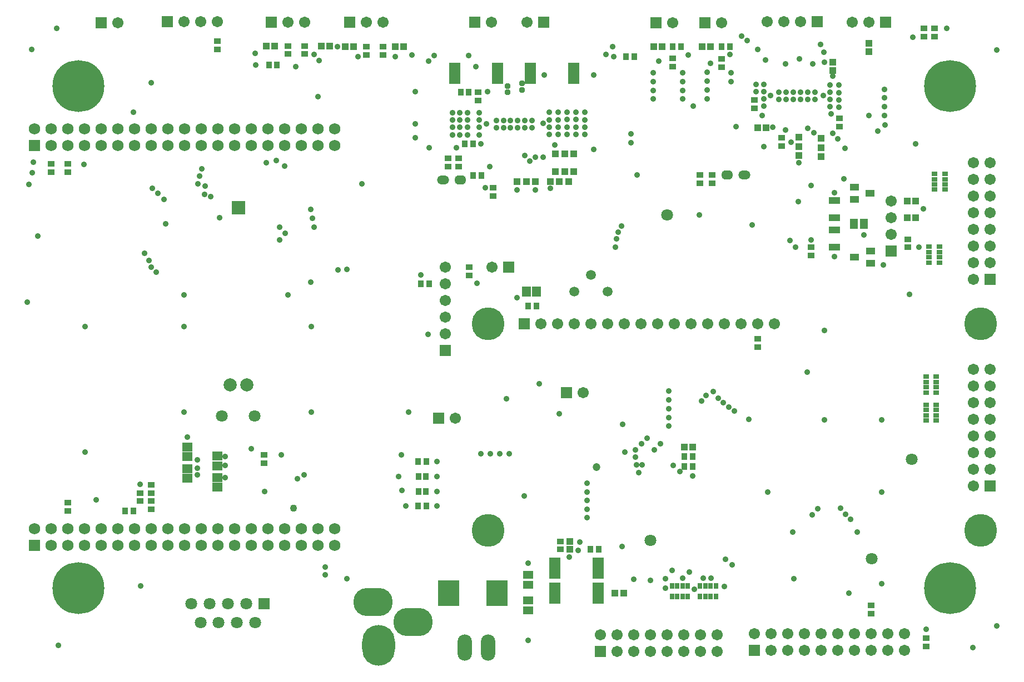
<source format=gbs>
G04*
G04 #@! TF.GenerationSoftware,Altium Limited,Altium Designer,19.0.10 (269)*
G04*
G04 Layer_Color=16711935*
%FSLAX43Y43*%
%MOMM*%
G71*
G01*
G75*
%ADD67R,1.053X0.953*%
%ADD72R,1.103X0.953*%
%ADD73R,1.053X0.903*%
%ADD74R,1.103X1.003*%
%ADD76R,0.903X1.053*%
%ADD77R,1.003X1.103*%
%ADD78R,1.553X1.353*%
G04:AMPARAMS|DCode=81|XSize=6.003mm|YSize=4.303mm|CornerRadius=2.152mm|HoleSize=0mm|Usage=FLASHONLY|Rotation=0.000|XOffset=0mm|YOffset=0mm|HoleType=Round|Shape=RoundedRectangle|*
%AMROUNDEDRECTD81*
21,1,6.003,0.000,0,0,0.0*
21,1,1.700,4.303,0,0,0.0*
1,1,4.303,0.850,0.000*
1,1,4.303,-0.850,0.000*
1,1,4.303,-0.850,0.000*
1,1,4.303,0.850,0.000*
%
%ADD81ROUNDEDRECTD81*%
G04:AMPARAMS|DCode=82|XSize=5.003mm|YSize=6.203mm|CornerRadius=2.502mm|HoleSize=0mm|Usage=FLASHONLY|Rotation=0.000|XOffset=0mm|YOffset=0mm|HoleType=Round|Shape=RoundedRectangle|*
%AMROUNDEDRECTD82*
21,1,5.003,1.200,0,0,0.0*
21,1,0.000,6.203,0,0,0.0*
1,1,5.003,0.000,-0.600*
1,1,5.003,0.000,-0.600*
1,1,5.003,0.000,0.600*
1,1,5.003,0.000,0.600*
%
%ADD82ROUNDEDRECTD82*%
G04:AMPARAMS|DCode=83|XSize=4.303mm|YSize=6.003mm|CornerRadius=2.152mm|HoleSize=0mm|Usage=FLASHONLY|Rotation=270.000|XOffset=0mm|YOffset=0mm|HoleType=Round|Shape=RoundedRectangle|*
%AMROUNDEDRECTD83*
21,1,4.303,1.700,0,0,270.0*
21,1,0.000,6.003,0,0,270.0*
1,1,4.303,-0.850,0.000*
1,1,4.303,-0.850,0.000*
1,1,4.303,0.850,0.000*
1,1,4.303,0.850,0.000*
%
%ADD83ROUNDEDRECTD83*%
%ADD84C,1.803*%
%ADD85C,1.703*%
%ADD86R,1.703X1.703*%
%ADD87R,1.703X1.703*%
%ADD88C,5.003*%
%ADD89R,2.003X2.003*%
%ADD90C,2.003*%
%ADD91R,1.803X1.803*%
%ADD92O,2.203X4.003*%
%ADD93C,1.503*%
%ADD94O,1.803X1.403*%
G04:AMPARAMS|DCode=95|XSize=1.803mm|YSize=1.403mm|CornerRadius=0.702mm|HoleSize=0mm|Usage=FLASHONLY|Rotation=0.000|XOffset=0mm|YOffset=0mm|HoleType=Round|Shape=RoundedRectangle|*
%AMROUNDEDRECTD95*
21,1,1.803,0.000,0,0,0.0*
21,1,0.400,1.403,0,0,0.0*
1,1,1.403,0.200,0.000*
1,1,1.403,-0.200,0.000*
1,1,1.403,-0.200,0.000*
1,1,1.403,0.200,0.000*
%
%ADD95ROUNDEDRECTD95*%
%ADD96C,1.753*%
%ADD97R,1.753X1.753*%
%ADD98C,7.903*%
%ADD99C,0.903*%
%ADD100C,0.953*%
%ADD101C,1.103*%
%ADD102C,1.203*%
%ADD151R,3.203X4.013*%
%ADD152R,0.953X1.103*%
%ADD153R,0.953X1.053*%
%ADD154R,1.053X1.103*%
%ADD155R,1.553X1.253*%
%ADD156R,1.203X1.553*%
%ADD157R,1.353X1.553*%
%ADD158R,1.403X1.003*%
%ADD159R,1.753X1.103*%
%ADD160R,1.703X3.203*%
%ADD161R,0.903X0.703*%
%ADD162R,0.703X0.903*%
D67*
X163050Y135875D02*
D03*
Y137125D02*
D03*
D72*
X189250Y55125D02*
D03*
Y53875D02*
D03*
X180830Y60125D02*
D03*
Y58875D02*
D03*
X81330Y144875D02*
D03*
Y146125D02*
D03*
X71230Y78500D02*
D03*
Y77250D02*
D03*
X58530Y75750D02*
D03*
Y74500D02*
D03*
X88425Y81793D02*
D03*
Y83043D02*
D03*
X171700Y113475D02*
D03*
Y114725D02*
D03*
X186480Y114675D02*
D03*
Y115925D02*
D03*
X163600Y99475D02*
D03*
Y100725D02*
D03*
X118000Y128225D02*
D03*
Y126975D02*
D03*
X156650Y124475D02*
D03*
Y125725D02*
D03*
D73*
X119650Y110425D02*
D03*
Y111675D02*
D03*
X188900Y148050D02*
D03*
Y146800D02*
D03*
X123300Y123790D02*
D03*
Y122540D02*
D03*
X176000Y134375D02*
D03*
Y133125D02*
D03*
X121000Y137100D02*
D03*
Y138350D02*
D03*
X150610Y142250D02*
D03*
Y143500D02*
D03*
X158070Y142175D02*
D03*
Y143425D02*
D03*
X167250Y130125D02*
D03*
Y131375D02*
D03*
X190500Y146800D02*
D03*
Y148050D02*
D03*
X71230Y76000D02*
D03*
Y74750D02*
D03*
X55990Y127375D02*
D03*
Y126125D02*
D03*
X58530Y127375D02*
D03*
Y126125D02*
D03*
X69500Y76000D02*
D03*
Y77250D02*
D03*
X94540Y145400D02*
D03*
Y144150D02*
D03*
X92000D02*
D03*
Y145400D02*
D03*
X106540Y145300D02*
D03*
Y144050D02*
D03*
X104000D02*
D03*
Y145300D02*
D03*
X133500Y69875D02*
D03*
Y68625D02*
D03*
X154800Y125725D02*
D03*
Y124475D02*
D03*
X116400Y126995D02*
D03*
Y128245D02*
D03*
D74*
X173250Y129900D02*
D03*
Y131300D02*
D03*
Y128500D02*
D03*
X175000Y142875D02*
D03*
Y141625D02*
D03*
X169875Y128650D02*
D03*
Y131450D02*
D03*
Y130050D02*
D03*
X180500Y145750D02*
D03*
Y144500D02*
D03*
X135000Y69875D02*
D03*
Y68625D02*
D03*
D76*
X121500Y125600D02*
D03*
X120250D02*
D03*
X113075Y79750D02*
D03*
X111925D02*
D03*
X119600Y138350D02*
D03*
X118350D02*
D03*
X150610Y145250D02*
D03*
X151860D02*
D03*
X158070Y145300D02*
D03*
X159320D02*
D03*
X113125Y75250D02*
D03*
X111875D02*
D03*
Y82000D02*
D03*
X113125D02*
D03*
X111925Y77500D02*
D03*
X113075D02*
D03*
X152445Y81268D02*
D03*
X153695D02*
D03*
Y82768D02*
D03*
X152445D02*
D03*
X138125Y68650D02*
D03*
X139375D02*
D03*
D77*
X100750Y145300D02*
D03*
X102000D02*
D03*
X147750Y145250D02*
D03*
X149000D02*
D03*
X134800Y124700D02*
D03*
X132000D02*
D03*
X133400D02*
D03*
X126950D02*
D03*
X129750D02*
D03*
X128350D02*
D03*
X135573Y128950D02*
D03*
X132773D02*
D03*
X134173D02*
D03*
X135573Y126200D02*
D03*
X132773D02*
D03*
X134173D02*
D03*
X163625Y132950D02*
D03*
X164875D02*
D03*
X156370Y145300D02*
D03*
X155120D02*
D03*
X97125Y145400D02*
D03*
X98375D02*
D03*
X108375Y145300D02*
D03*
X109625D02*
D03*
X90000Y145400D02*
D03*
X88750D02*
D03*
X187625Y121750D02*
D03*
X186375D02*
D03*
X187625Y119210D02*
D03*
X186375D02*
D03*
X152445Y84268D02*
D03*
X153695D02*
D03*
D78*
X81250Y79592D02*
D03*
Y78143D02*
D03*
X76750Y79525D02*
D03*
Y80975D02*
D03*
X81250Y82842D02*
D03*
Y81393D02*
D03*
X76750Y82775D02*
D03*
Y84225D02*
D03*
D81*
X105000Y60600D02*
D03*
D82*
X105800Y54000D02*
D03*
D83*
X111100Y57600D02*
D03*
D84*
X87000Y89000D02*
D03*
X82000D02*
D03*
X77345Y60340D02*
D03*
X80115D02*
D03*
X82885D02*
D03*
X85655D02*
D03*
X78730Y57500D02*
D03*
X81500D02*
D03*
X84270D02*
D03*
X87040D02*
D03*
X187000Y82400D02*
D03*
X180905Y67250D02*
D03*
X149750Y119620D02*
D03*
X147250Y70000D02*
D03*
D85*
X117500Y88662D02*
D03*
X137040Y92500D02*
D03*
X116000Y101500D02*
D03*
Y104040D02*
D03*
Y106580D02*
D03*
Y109120D02*
D03*
Y111660D02*
D03*
X123150Y111700D02*
D03*
X66150Y148900D02*
D03*
X166100Y103000D02*
D03*
X163560D02*
D03*
X161020D02*
D03*
X158480D02*
D03*
X155940D02*
D03*
X153400D02*
D03*
X150860D02*
D03*
X148320D02*
D03*
X145780D02*
D03*
X143240D02*
D03*
X140700D02*
D03*
X138160D02*
D03*
X135620D02*
D03*
X133080D02*
D03*
X130540D02*
D03*
X163050Y55790D02*
D03*
X165590Y53250D02*
D03*
Y55790D02*
D03*
X168130Y53250D02*
D03*
Y55790D02*
D03*
X170670Y53250D02*
D03*
Y55790D02*
D03*
X173210Y53250D02*
D03*
Y55790D02*
D03*
X175750Y53250D02*
D03*
Y55790D02*
D03*
X178290Y53250D02*
D03*
Y55790D02*
D03*
X180830Y53250D02*
D03*
Y55790D02*
D03*
X185910D02*
D03*
Y53250D02*
D03*
X183370Y55790D02*
D03*
Y53250D02*
D03*
X170070Y149050D02*
D03*
X167530D02*
D03*
X164990D02*
D03*
X177960Y149000D02*
D03*
X180500D02*
D03*
X196460Y127620D02*
D03*
X199000D02*
D03*
X196460Y125080D02*
D03*
X199000D02*
D03*
X196460Y122540D02*
D03*
X199000D02*
D03*
X196460Y120000D02*
D03*
X199000D02*
D03*
X196460Y117460D02*
D03*
X199000D02*
D03*
X196460Y114920D02*
D03*
X199000D02*
D03*
X196460Y112380D02*
D03*
X199000D02*
D03*
X196460Y109840D02*
D03*
Y78340D02*
D03*
X199000Y80880D02*
D03*
X196460D02*
D03*
X199000Y83420D02*
D03*
X196460D02*
D03*
X199000Y85960D02*
D03*
X196460D02*
D03*
X199000Y88500D02*
D03*
X196460D02*
D03*
X199000Y91040D02*
D03*
X196460D02*
D03*
X199000Y93580D02*
D03*
X196460D02*
D03*
X199000Y96120D02*
D03*
X196460D02*
D03*
X139590Y55660D02*
D03*
X142130Y53120D02*
D03*
Y55660D02*
D03*
X144670Y53120D02*
D03*
Y55660D02*
D03*
X147210Y53120D02*
D03*
Y55660D02*
D03*
X149750Y53120D02*
D03*
Y55660D02*
D03*
X152290Y53120D02*
D03*
Y55660D02*
D03*
X154830Y53120D02*
D03*
Y55660D02*
D03*
X157370Y53120D02*
D03*
Y55660D02*
D03*
X158070Y148900D02*
D03*
X150610D02*
D03*
X92021Y149000D02*
D03*
X94561D02*
D03*
X104000D02*
D03*
X106540D02*
D03*
X183900Y121750D02*
D03*
Y119210D02*
D03*
Y116670D02*
D03*
X81330Y149050D02*
D03*
X78790D02*
D03*
X76250D02*
D03*
X123000Y149000D02*
D03*
X128460D02*
D03*
D86*
X114960Y88662D02*
D03*
X134500Y92500D02*
D03*
X125690Y111700D02*
D03*
X63610Y148900D02*
D03*
X128000Y103000D02*
D03*
X163050Y53250D02*
D03*
X172610Y149050D02*
D03*
X183040Y149000D02*
D03*
X139590Y53120D02*
D03*
X155530Y148900D02*
D03*
X148070D02*
D03*
X89481Y149000D02*
D03*
X101460D02*
D03*
X73710Y149050D02*
D03*
X120460Y149000D02*
D03*
X131000D02*
D03*
D87*
X116000Y98960D02*
D03*
X199000Y109840D02*
D03*
Y78340D02*
D03*
X183900Y114130D02*
D03*
D88*
X197500Y103000D02*
D03*
Y71500D02*
D03*
X122500D02*
D03*
Y103000D02*
D03*
D89*
X84500Y120750D02*
D03*
D90*
X85750Y93750D02*
D03*
X83250D02*
D03*
D91*
X88425Y60340D02*
D03*
D92*
X119000Y53670D02*
D03*
X122500D02*
D03*
D93*
X138160Y110520D02*
D03*
X140700Y107980D02*
D03*
X135620D02*
D03*
D94*
X158950Y125750D02*
D03*
X118300Y125000D02*
D03*
D95*
X161550Y125750D02*
D03*
X115700Y125000D02*
D03*
D96*
X76310Y71790D02*
D03*
X73770D02*
D03*
X76310Y69250D02*
D03*
X73770D02*
D03*
X71230Y71790D02*
D03*
Y69250D02*
D03*
X55990D02*
D03*
X58530D02*
D03*
X61070D02*
D03*
X63610D02*
D03*
X66150D02*
D03*
X68690D02*
D03*
X53450Y71790D02*
D03*
X55990D02*
D03*
X58530D02*
D03*
X61070D02*
D03*
X63610D02*
D03*
X66150D02*
D03*
X68690D02*
D03*
X91550D02*
D03*
X89010D02*
D03*
X86470D02*
D03*
X83930D02*
D03*
X81390D02*
D03*
X78850D02*
D03*
X91550Y69250D02*
D03*
X89010D02*
D03*
X86470D02*
D03*
X83930D02*
D03*
X81390D02*
D03*
X78850D02*
D03*
X94090D02*
D03*
Y71790D02*
D03*
X96630Y69250D02*
D03*
X99170D02*
D03*
X96630Y71790D02*
D03*
X99170D02*
D03*
X99170Y132790D02*
D03*
X96630D02*
D03*
X99170Y130250D02*
D03*
X96630D02*
D03*
X94090Y132790D02*
D03*
Y130250D02*
D03*
X78850D02*
D03*
X81390D02*
D03*
X83930D02*
D03*
X86470D02*
D03*
X89010D02*
D03*
X91550D02*
D03*
X78850Y132790D02*
D03*
X81390D02*
D03*
X83930D02*
D03*
X86470D02*
D03*
X89010D02*
D03*
X91550D02*
D03*
X68690D02*
D03*
X66150D02*
D03*
X63610D02*
D03*
X61070D02*
D03*
X58530D02*
D03*
X55990D02*
D03*
X53450D02*
D03*
X68690Y130250D02*
D03*
X66150D02*
D03*
X63610D02*
D03*
X61070D02*
D03*
X58530D02*
D03*
X55990D02*
D03*
X71230D02*
D03*
Y132790D02*
D03*
X73770Y130250D02*
D03*
X76310D02*
D03*
X73770Y132790D02*
D03*
X76310D02*
D03*
D97*
X53450Y69250D02*
D03*
X53450Y130250D02*
D03*
D98*
X192840Y139300D02*
D03*
Y62700D02*
D03*
X60160D02*
D03*
Y139300D02*
D03*
D99*
X101000Y64200D02*
D03*
X138599Y141000D02*
D03*
X87100Y142500D02*
D03*
X171950Y142650D02*
D03*
X169900Y143400D02*
D03*
X120700Y142200D02*
D03*
X119600Y143901D02*
D03*
X153200Y65200D02*
D03*
X153900Y62600D02*
D03*
X128126Y128652D02*
D03*
X167800Y132600D02*
D03*
X165900Y133017D02*
D03*
X171200Y132800D02*
D03*
X172100Y132200D02*
D03*
X167850Y142650D02*
D03*
X91600Y116800D02*
D03*
X95500Y109400D02*
D03*
X73200Y121990D02*
D03*
X173750Y142875D02*
D03*
X173675Y144400D02*
D03*
X173171Y145650D02*
D03*
X53900Y116450D02*
D03*
X70200Y113800D02*
D03*
X159500Y141300D02*
D03*
Y139967D02*
D03*
X147700D02*
D03*
Y141300D02*
D03*
Y138633D02*
D03*
Y137300D02*
D03*
X152150Y139967D02*
D03*
Y141300D02*
D03*
Y138633D02*
D03*
Y137300D02*
D03*
X155850Y140017D02*
D03*
Y141350D02*
D03*
Y138683D02*
D03*
Y137350D02*
D03*
X182850Y134800D02*
D03*
Y136133D02*
D03*
X147800Y83850D02*
D03*
X143345Y83450D02*
D03*
X146750Y85600D02*
D03*
X145850Y84750D02*
D03*
X137600Y73450D02*
D03*
X121400Y83250D02*
D03*
X117700Y129900D02*
D03*
X111400Y133500D02*
D03*
Y131400D02*
D03*
X113550Y129900D02*
D03*
X196350Y53670D02*
D03*
X200000Y56950D02*
D03*
X62850Y76200D02*
D03*
X163560Y144850D02*
D03*
X187200Y146750D02*
D03*
X188800Y120550D02*
D03*
X188100Y114700D02*
D03*
X168900Y71250D02*
D03*
X189250Y56450D02*
D03*
X142900Y69100D02*
D03*
X144700Y64050D02*
D03*
X153650Y79850D02*
D03*
X144950Y83850D02*
D03*
Y82700D02*
D03*
X130350Y93916D02*
D03*
X133350Y89350D02*
D03*
X125300Y91566D02*
D03*
X126900Y107000D02*
D03*
X120850Y109250D02*
D03*
X112250Y110520D02*
D03*
X93200Y142250D02*
D03*
X87040Y144250D02*
D03*
X99550Y145300D02*
D03*
X110900Y144050D02*
D03*
X182727Y112000D02*
D03*
X176750Y125150D02*
D03*
X179750Y116600D02*
D03*
X128050Y76750D02*
D03*
X128650Y54750D02*
D03*
Y66500D02*
D03*
X124267Y83250D02*
D03*
X122833D02*
D03*
X125700D02*
D03*
X150000Y87412D02*
D03*
Y88759D02*
D03*
Y90106D02*
D03*
Y91453D02*
D03*
Y92800D02*
D03*
X137600Y74762D02*
D03*
Y76075D02*
D03*
Y77387D02*
D03*
Y78700D02*
D03*
X182500Y63450D02*
D03*
X162250Y88500D02*
D03*
X165150Y77350D02*
D03*
X182500D02*
D03*
Y88400D02*
D03*
X173750D02*
D03*
Y102000D02*
D03*
X186700Y107550D02*
D03*
X154700Y119620D02*
D03*
X144300Y131950D02*
D03*
X187650Y130450D02*
D03*
X144300Y130650D02*
D03*
X182850Y138800D02*
D03*
Y137467D02*
D03*
X180500Y134800D02*
D03*
X200000Y144750D02*
D03*
X71230Y139750D02*
D03*
X96630Y137700D02*
D03*
X103300Y124400D02*
D03*
X110400Y89600D02*
D03*
X57100Y54050D02*
D03*
X73450Y118300D02*
D03*
X95600Y102650D02*
D03*
Y89600D02*
D03*
X76200Y107450D02*
D03*
X76250Y89600D02*
D03*
X76200Y102650D02*
D03*
X61150D02*
D03*
Y83500D02*
D03*
X52350Y106300D02*
D03*
X52550Y124300D02*
D03*
X56850Y148050D02*
D03*
X53000Y144875D02*
D03*
X78950Y126650D02*
D03*
X72000Y110900D02*
D03*
X132719Y130300D02*
D03*
X129750Y123450D02*
D03*
X163300Y139550D02*
D03*
Y138433D02*
D03*
X175936Y139400D02*
D03*
Y138283D02*
D03*
Y137167D02*
D03*
Y136050D02*
D03*
X117100Y135200D02*
D03*
Y134083D02*
D03*
Y132967D02*
D03*
Y131850D02*
D03*
X137227Y131900D02*
D03*
Y133017D02*
D03*
Y134133D02*
D03*
Y135250D02*
D03*
X135883Y131917D02*
D03*
Y133033D02*
D03*
Y134150D02*
D03*
Y135267D02*
D03*
X118225Y131850D02*
D03*
Y132967D02*
D03*
Y134083D02*
D03*
Y135200D02*
D03*
X119350Y131850D02*
D03*
Y132967D02*
D03*
Y134083D02*
D03*
Y135200D02*
D03*
X134538Y135267D02*
D03*
Y134150D02*
D03*
Y133033D02*
D03*
Y131917D02*
D03*
X133194Y135250D02*
D03*
Y134133D02*
D03*
Y133017D02*
D03*
Y131900D02*
D03*
X131850D02*
D03*
Y133017D02*
D03*
Y134133D02*
D03*
Y135250D02*
D03*
X130900Y133600D02*
D03*
X121150Y135200D02*
D03*
Y134083D02*
D03*
Y132967D02*
D03*
X121200Y131850D02*
D03*
X122250Y133500D02*
D03*
X174550Y136100D02*
D03*
Y137217D02*
D03*
Y138333D02*
D03*
Y139450D02*
D03*
X173600Y137800D02*
D03*
X165500Y137850D02*
D03*
X164550Y136200D02*
D03*
Y137317D02*
D03*
Y138433D02*
D03*
Y139550D02*
D03*
X123750Y132950D02*
D03*
Y134050D02*
D03*
X124850Y132950D02*
D03*
Y134050D02*
D03*
X125950Y132950D02*
D03*
Y134050D02*
D03*
X127050Y132950D02*
D03*
Y134050D02*
D03*
X128150D02*
D03*
X129250D02*
D03*
X128150Y132950D02*
D03*
X129250D02*
D03*
X176900Y129800D02*
D03*
X192400Y148050D02*
D03*
X159150Y90300D02*
D03*
X158350Y91000D02*
D03*
X157550Y91700D02*
D03*
X156770Y92700D02*
D03*
X155000Y91250D02*
D03*
X155700Y92100D02*
D03*
X161100Y146900D02*
D03*
X141500Y145300D02*
D03*
X162000Y146250D02*
D03*
X140500Y144129D02*
D03*
X175750Y131250D02*
D03*
X90300Y127900D02*
D03*
X175000Y132100D02*
D03*
X181900Y132427D02*
D03*
X182950Y133350D02*
D03*
X142850Y117950D02*
D03*
X142300Y117000D02*
D03*
X142050Y115950D02*
D03*
X168700Y130700D02*
D03*
X174750Y135000D02*
D03*
X164250Y134750D02*
D03*
X174975Y140773D02*
D03*
X145100Y81500D02*
D03*
X53100Y126100D02*
D03*
X53300Y127651D02*
D03*
X96000Y117800D02*
D03*
X90800Y115800D02*
D03*
X95750Y119150D02*
D03*
X95550Y120450D02*
D03*
X90800Y117800D02*
D03*
X71400Y123700D02*
D03*
X72200Y122900D02*
D03*
X81650Y119240D02*
D03*
X92000Y107400D02*
D03*
X113400Y101400D02*
D03*
X177750Y73225D02*
D03*
X70833Y112669D02*
D03*
X176925Y74000D02*
D03*
X71181Y111669D02*
D03*
X178700Y71250D02*
D03*
X176169Y74890D02*
D03*
X172700Y74800D02*
D03*
X171900Y73900D02*
D03*
X88750Y127620D02*
D03*
X159700Y66300D02*
D03*
X158700Y67100D02*
D03*
X60950Y127300D02*
D03*
X126900Y123400D02*
D03*
X132000Y123650D02*
D03*
X108875Y79750D02*
D03*
X94500Y80000D02*
D03*
X101054Y111354D02*
D03*
X109395Y77605D02*
D03*
X93500Y79400D02*
D03*
X99700Y111250D02*
D03*
X141900Y114700D02*
D03*
X113500Y143100D02*
D03*
X68500Y135250D02*
D03*
X114350Y143900D02*
D03*
X138600Y129600D02*
D03*
X128856Y127800D02*
D03*
X130900Y128400D02*
D03*
X145200Y125725D02*
D03*
X172300Y138350D02*
D03*
Y137250D02*
D03*
X171200Y138350D02*
D03*
Y137250D02*
D03*
X170100Y138350D02*
D03*
Y137250D02*
D03*
X169000Y138350D02*
D03*
Y137250D02*
D03*
X167900Y138350D02*
D03*
Y137250D02*
D03*
X166800Y138350D02*
D03*
Y137250D02*
D03*
X145500Y80300D02*
D03*
X146000Y81500D02*
D03*
X79400Y124000D02*
D03*
X79300Y122800D02*
D03*
X78600Y125550D02*
D03*
X129700Y128400D02*
D03*
X141684Y143750D02*
D03*
X169800Y121700D02*
D03*
X169300Y114700D02*
D03*
X160000Y89700D02*
D03*
X150550Y65400D02*
D03*
X122100Y123790D02*
D03*
X122750Y127000D02*
D03*
X162700Y118100D02*
D03*
X171150Y95700D02*
D03*
X171700Y124100D02*
D03*
Y115800D02*
D03*
X153800Y136200D02*
D03*
X69600Y63050D02*
D03*
X147210Y63900D02*
D03*
X169100Y64200D02*
D03*
X76700Y85800D02*
D03*
X69500Y78600D02*
D03*
X110020Y75300D02*
D03*
X114750Y75250D02*
D03*
X134900Y67500D02*
D03*
X91550Y127100D02*
D03*
X80300Y122400D02*
D03*
X78300Y124400D02*
D03*
X121400Y130500D02*
D03*
X122400Y138400D02*
D03*
X131100Y141000D02*
D03*
X168525Y115750D02*
D03*
X164500Y130050D02*
D03*
X149500Y64200D02*
D03*
Y62700D02*
D03*
X91000Y83043D02*
D03*
X97750Y65975D02*
D03*
Y64750D02*
D03*
X111450Y138425D02*
D03*
X88500Y77500D02*
D03*
X108375Y143750D02*
D03*
X96750Y143150D02*
D03*
X96000Y144129D02*
D03*
X102750Y143750D02*
D03*
X109340Y83043D02*
D03*
X159320Y144129D02*
D03*
X156400Y142750D02*
D03*
X153000Y144000D02*
D03*
X148500Y143100D02*
D03*
X169875Y127620D02*
D03*
X160250Y133100D02*
D03*
X164750Y143250D02*
D03*
X175250Y113250D02*
D03*
Y123000D02*
D03*
X156500Y64250D02*
D03*
X155250D02*
D03*
X152120D02*
D03*
X82500Y79592D02*
D03*
Y82768D02*
D03*
Y81467D02*
D03*
X78250Y80000D02*
D03*
Y81000D02*
D03*
Y82250D02*
D03*
X86470Y84000D02*
D03*
X177500Y61950D02*
D03*
X158500Y63000D02*
D03*
X114750Y82000D02*
D03*
Y77500D02*
D03*
Y79750D02*
D03*
X151702Y80525D02*
D03*
X143000Y87750D02*
D03*
X150695Y81467D02*
D03*
X148750Y84750D02*
D03*
X136250Y68500D02*
D03*
X136500Y69750D02*
D03*
D100*
X127700Y138700D02*
D03*
Y139700D02*
D03*
X125500Y139300D02*
D03*
Y138300D02*
D03*
D101*
X92850Y74890D02*
D03*
D102*
X139000Y81200D02*
D03*
D151*
X116500Y62000D02*
D03*
X123900D02*
D03*
D152*
X112275Y109125D02*
D03*
X113525D02*
D03*
X90375Y142500D02*
D03*
X89125D02*
D03*
X144750Y143750D02*
D03*
X143500D02*
D03*
X67250Y74500D02*
D03*
X68500D02*
D03*
X129875Y105750D02*
D03*
X128625D02*
D03*
D153*
X118975Y130500D02*
D03*
X120225D02*
D03*
D154*
X143150Y62000D02*
D03*
X141850D02*
D03*
D155*
X128625Y60875D02*
D03*
Y59375D02*
D03*
Y64750D02*
D03*
Y63250D02*
D03*
D156*
X179750Y118250D02*
D03*
X178250D02*
D03*
D157*
X128350Y107960D02*
D03*
X129875D02*
D03*
D158*
X180690Y122920D02*
D03*
X178290Y123870D02*
D03*
Y121970D02*
D03*
X180750Y114130D02*
D03*
Y112230D02*
D03*
X178350Y113180D02*
D03*
D159*
X175250Y114675D02*
D03*
Y117325D02*
D03*
Y121825D02*
D03*
Y119175D02*
D03*
D160*
X117400Y141250D02*
D03*
X124000D02*
D03*
X128950D02*
D03*
X135550D02*
D03*
X132700Y65750D02*
D03*
X139300D02*
D03*
X132700Y62000D02*
D03*
X139300D02*
D03*
D161*
X192100Y125080D02*
D03*
Y124280D02*
D03*
Y123480D02*
D03*
Y125880D02*
D03*
X190500Y125080D02*
D03*
Y124280D02*
D03*
Y123480D02*
D03*
Y125880D02*
D03*
X189700Y114779D02*
D03*
Y112379D02*
D03*
Y113179D02*
D03*
Y113979D02*
D03*
X191300Y114779D02*
D03*
Y112379D02*
D03*
Y113179D02*
D03*
Y113979D02*
D03*
X189200Y94950D02*
D03*
Y92550D02*
D03*
Y93350D02*
D03*
Y94150D02*
D03*
X190800Y94950D02*
D03*
Y92550D02*
D03*
Y93350D02*
D03*
Y94150D02*
D03*
X189200Y90700D02*
D03*
Y88300D02*
D03*
Y89100D02*
D03*
Y89900D02*
D03*
X190800Y90700D02*
D03*
Y88300D02*
D03*
Y89100D02*
D03*
Y89900D02*
D03*
D162*
X157200Y63050D02*
D03*
X154800D02*
D03*
X155600D02*
D03*
X156400D02*
D03*
X157200Y61450D02*
D03*
X154800D02*
D03*
X155600D02*
D03*
X156400D02*
D03*
X152950Y63050D02*
D03*
X150550D02*
D03*
X151350D02*
D03*
X152150D02*
D03*
X152950Y61450D02*
D03*
X150550D02*
D03*
X151350D02*
D03*
X152150D02*
D03*
M02*

</source>
